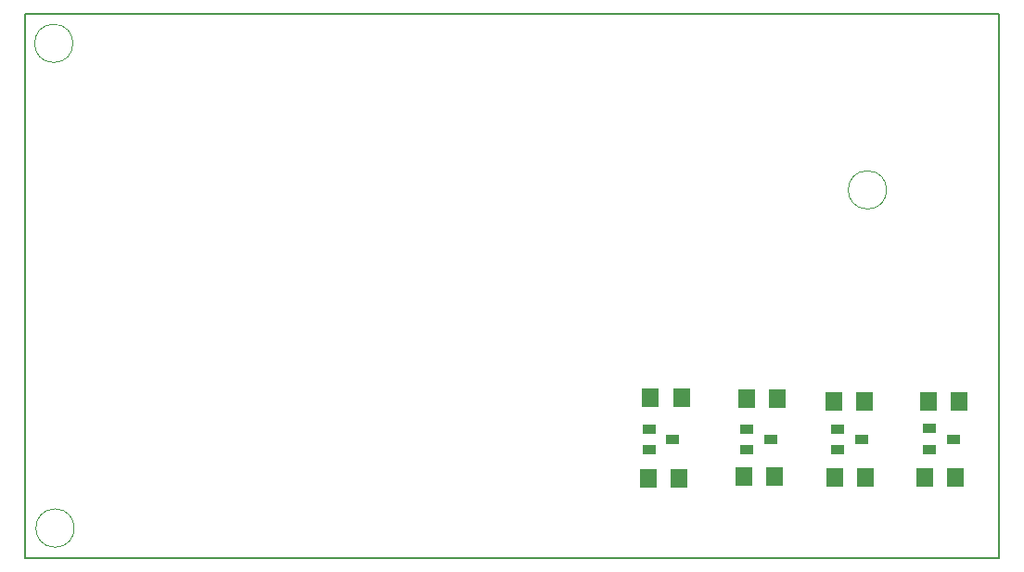
<source format=gbr>
%FSLAX35Y35*%
%MOIN*%
G04 EasyPC Gerber Version 18.0.8 Build 3632 *
%ADD115R,0.05899X0.06687*%
%ADD11C,0.00100*%
%ADD10C,0.00500*%
%ADD125R,0.05112X0.03537*%
X0Y0D02*
D02*
D10*
X11020Y250D02*
X361020D01*
Y195801*
X11020*
Y250*
D02*
D11*
X21325Y192061D02*
G75*
G03Y178281J-6890D01*
G01*
G75*
G03Y192061J6890*
G01*
X21788Y17780D02*
G75*
G03Y4000J-6890D01*
G01*
G75*
G03Y17780J6890*
G01*
X313746Y139374D02*
G75*
G03Y125594J-6890D01*
G01*
G75*
G03Y139374J6890*
G01*
D02*
D115*
X234957Y28902D03*
X235823Y57681D03*
X245981Y28902D03*
X246847Y57681D03*
X269367Y29315D03*
X270174Y57465D03*
X280390Y29315D03*
X281197Y57465D03*
X301798Y56579D03*
X301935Y28970D03*
X312821Y56579D03*
X312959Y28970D03*
X334327Y29089D03*
X335577Y56372D03*
X345351Y29089D03*
X346601Y56372D03*
D02*
D125*
X235174Y39030D03*
Y46510D03*
X243835Y42770D03*
X270262Y39098D03*
Y46579D03*
X278924Y42839D03*
X303136Y39098D03*
Y46579D03*
X311798Y42839D03*
X336138Y39177D03*
Y46657D03*
X344800Y42917D03*
X0Y0D02*
M02*

</source>
